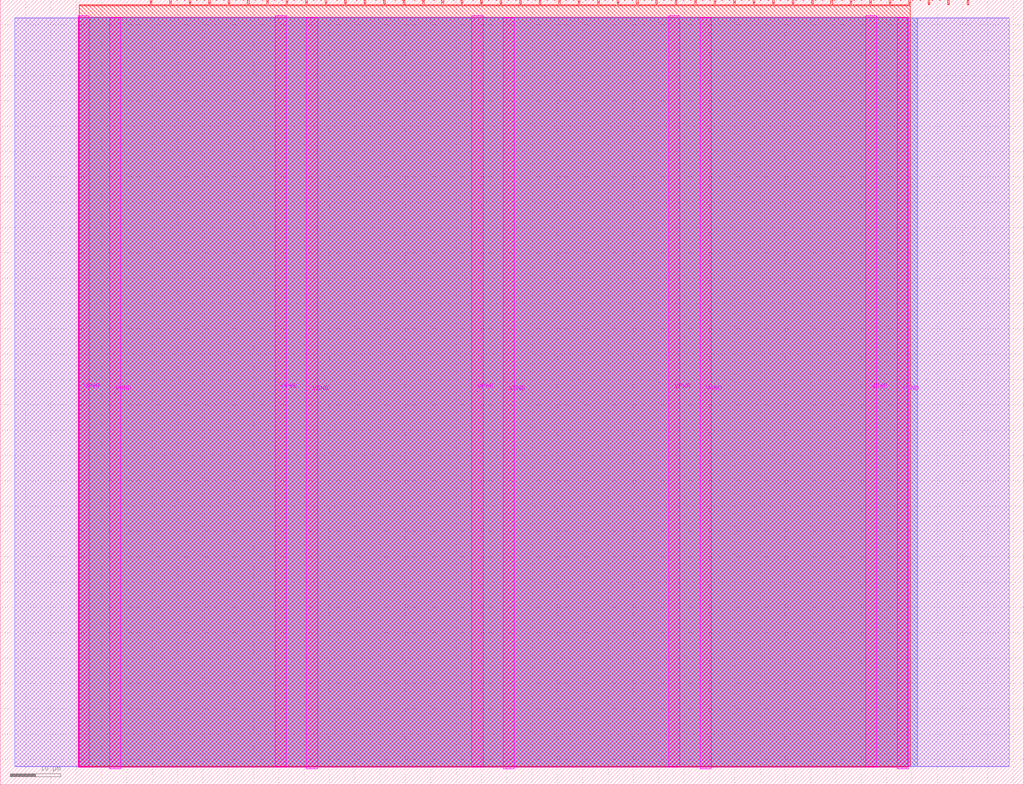
<source format=lef>
VERSION 5.7 ;
  NOWIREEXTENSIONATPIN ON ;
  DIVIDERCHAR "/" ;
  BUSBITCHARS "[]" ;
MACRO tt_um_wokwi_456571585305580545
  CLASS BLOCK ;
  FOREIGN tt_um_wokwi_456571585305580545 ;
  ORIGIN 0.000 0.000 ;
  SIZE 202.080 BY 154.980 ;
  PIN VGND
    DIRECTION INOUT ;
    USE GROUND ;
    PORT
      LAYER TopMetal1 ;
        RECT 21.580 3.150 23.780 151.420 ;
    END
    PORT
      LAYER TopMetal1 ;
        RECT 60.450 3.150 62.650 151.420 ;
    END
    PORT
      LAYER TopMetal1 ;
        RECT 99.320 3.150 101.520 151.420 ;
    END
    PORT
      LAYER TopMetal1 ;
        RECT 138.190 3.150 140.390 151.420 ;
    END
    PORT
      LAYER TopMetal1 ;
        RECT 177.060 3.150 179.260 151.420 ;
    END
  END VGND
  PIN VPWR
    DIRECTION INOUT ;
    USE POWER ;
    PORT
      LAYER TopMetal1 ;
        RECT 15.380 3.560 17.580 151.830 ;
    END
    PORT
      LAYER TopMetal1 ;
        RECT 54.250 3.560 56.450 151.830 ;
    END
    PORT
      LAYER TopMetal1 ;
        RECT 93.120 3.560 95.320 151.830 ;
    END
    PORT
      LAYER TopMetal1 ;
        RECT 131.990 3.560 134.190 151.830 ;
    END
    PORT
      LAYER TopMetal1 ;
        RECT 170.860 3.560 173.060 151.830 ;
    END
  END VPWR
  PIN clk
    DIRECTION INPUT ;
    USE SIGNAL ;
    PORT
      LAYER Metal4 ;
        RECT 187.050 153.980 187.350 154.980 ;
    END
  END clk
  PIN ena
    DIRECTION INPUT ;
    USE SIGNAL ;
    PORT
      LAYER Metal4 ;
        RECT 190.890 153.980 191.190 154.980 ;
    END
  END ena
  PIN rst_n
    DIRECTION INPUT ;
    USE SIGNAL ;
    PORT
      LAYER Metal4 ;
        RECT 183.210 153.980 183.510 154.980 ;
    END
  END rst_n
  PIN ui_in[0]
    DIRECTION INPUT ;
    USE SIGNAL ;
    ANTENNAGATEAREA 0.180700 ;
    PORT
      LAYER Metal4 ;
        RECT 179.370 153.980 179.670 154.980 ;
    END
  END ui_in[0]
  PIN ui_in[1]
    DIRECTION INPUT ;
    USE SIGNAL ;
    PORT
      LAYER Metal4 ;
        RECT 175.530 153.980 175.830 154.980 ;
    END
  END ui_in[1]
  PIN ui_in[2]
    DIRECTION INPUT ;
    USE SIGNAL ;
    PORT
      LAYER Metal4 ;
        RECT 171.690 153.980 171.990 154.980 ;
    END
  END ui_in[2]
  PIN ui_in[3]
    DIRECTION INPUT ;
    USE SIGNAL ;
    PORT
      LAYER Metal4 ;
        RECT 167.850 153.980 168.150 154.980 ;
    END
  END ui_in[3]
  PIN ui_in[4]
    DIRECTION INPUT ;
    USE SIGNAL ;
    PORT
      LAYER Metal4 ;
        RECT 164.010 153.980 164.310 154.980 ;
    END
  END ui_in[4]
  PIN ui_in[5]
    DIRECTION INPUT ;
    USE SIGNAL ;
    PORT
      LAYER Metal4 ;
        RECT 160.170 153.980 160.470 154.980 ;
    END
  END ui_in[5]
  PIN ui_in[6]
    DIRECTION INPUT ;
    USE SIGNAL ;
    PORT
      LAYER Metal4 ;
        RECT 156.330 153.980 156.630 154.980 ;
    END
  END ui_in[6]
  PIN ui_in[7]
    DIRECTION INPUT ;
    USE SIGNAL ;
    PORT
      LAYER Metal4 ;
        RECT 152.490 153.980 152.790 154.980 ;
    END
  END ui_in[7]
  PIN uio_in[0]
    DIRECTION INPUT ;
    USE SIGNAL ;
    PORT
      LAYER Metal4 ;
        RECT 148.650 153.980 148.950 154.980 ;
    END
  END uio_in[0]
  PIN uio_in[1]
    DIRECTION INPUT ;
    USE SIGNAL ;
    PORT
      LAYER Metal4 ;
        RECT 144.810 153.980 145.110 154.980 ;
    END
  END uio_in[1]
  PIN uio_in[2]
    DIRECTION INPUT ;
    USE SIGNAL ;
    PORT
      LAYER Metal4 ;
        RECT 140.970 153.980 141.270 154.980 ;
    END
  END uio_in[2]
  PIN uio_in[3]
    DIRECTION INPUT ;
    USE SIGNAL ;
    PORT
      LAYER Metal4 ;
        RECT 137.130 153.980 137.430 154.980 ;
    END
  END uio_in[3]
  PIN uio_in[4]
    DIRECTION INPUT ;
    USE SIGNAL ;
    PORT
      LAYER Metal4 ;
        RECT 133.290 153.980 133.590 154.980 ;
    END
  END uio_in[4]
  PIN uio_in[5]
    DIRECTION INPUT ;
    USE SIGNAL ;
    PORT
      LAYER Metal4 ;
        RECT 129.450 153.980 129.750 154.980 ;
    END
  END uio_in[5]
  PIN uio_in[6]
    DIRECTION INPUT ;
    USE SIGNAL ;
    PORT
      LAYER Metal4 ;
        RECT 125.610 153.980 125.910 154.980 ;
    END
  END uio_in[6]
  PIN uio_in[7]
    DIRECTION INPUT ;
    USE SIGNAL ;
    PORT
      LAYER Metal4 ;
        RECT 121.770 153.980 122.070 154.980 ;
    END
  END uio_in[7]
  PIN uio_oe[0]
    DIRECTION OUTPUT ;
    USE SIGNAL ;
    ANTENNADIFFAREA 0.299200 ;
    PORT
      LAYER Metal4 ;
        RECT 56.490 153.980 56.790 154.980 ;
    END
  END uio_oe[0]
  PIN uio_oe[1]
    DIRECTION OUTPUT ;
    USE SIGNAL ;
    ANTENNADIFFAREA 0.299200 ;
    PORT
      LAYER Metal4 ;
        RECT 52.650 153.980 52.950 154.980 ;
    END
  END uio_oe[1]
  PIN uio_oe[2]
    DIRECTION OUTPUT ;
    USE SIGNAL ;
    ANTENNADIFFAREA 0.299200 ;
    PORT
      LAYER Metal4 ;
        RECT 48.810 153.980 49.110 154.980 ;
    END
  END uio_oe[2]
  PIN uio_oe[3]
    DIRECTION OUTPUT ;
    USE SIGNAL ;
    ANTENNADIFFAREA 0.299200 ;
    PORT
      LAYER Metal4 ;
        RECT 44.970 153.980 45.270 154.980 ;
    END
  END uio_oe[3]
  PIN uio_oe[4]
    DIRECTION OUTPUT ;
    USE SIGNAL ;
    ANTENNADIFFAREA 0.299200 ;
    PORT
      LAYER Metal4 ;
        RECT 41.130 153.980 41.430 154.980 ;
    END
  END uio_oe[4]
  PIN uio_oe[5]
    DIRECTION OUTPUT ;
    USE SIGNAL ;
    ANTENNADIFFAREA 0.299200 ;
    PORT
      LAYER Metal4 ;
        RECT 37.290 153.980 37.590 154.980 ;
    END
  END uio_oe[5]
  PIN uio_oe[6]
    DIRECTION OUTPUT ;
    USE SIGNAL ;
    ANTENNADIFFAREA 0.299200 ;
    PORT
      LAYER Metal4 ;
        RECT 33.450 153.980 33.750 154.980 ;
    END
  END uio_oe[6]
  PIN uio_oe[7]
    DIRECTION OUTPUT ;
    USE SIGNAL ;
    ANTENNADIFFAREA 0.299200 ;
    PORT
      LAYER Metal4 ;
        RECT 29.610 153.980 29.910 154.980 ;
    END
  END uio_oe[7]
  PIN uio_out[0]
    DIRECTION OUTPUT ;
    USE SIGNAL ;
    ANTENNADIFFAREA 0.299200 ;
    PORT
      LAYER Metal4 ;
        RECT 87.210 153.980 87.510 154.980 ;
    END
  END uio_out[0]
  PIN uio_out[1]
    DIRECTION OUTPUT ;
    USE SIGNAL ;
    ANTENNADIFFAREA 0.299200 ;
    PORT
      LAYER Metal4 ;
        RECT 83.370 153.980 83.670 154.980 ;
    END
  END uio_out[1]
  PIN uio_out[2]
    DIRECTION OUTPUT ;
    USE SIGNAL ;
    ANTENNADIFFAREA 0.299200 ;
    PORT
      LAYER Metal4 ;
        RECT 79.530 153.980 79.830 154.980 ;
    END
  END uio_out[2]
  PIN uio_out[3]
    DIRECTION OUTPUT ;
    USE SIGNAL ;
    ANTENNADIFFAREA 0.299200 ;
    PORT
      LAYER Metal4 ;
        RECT 75.690 153.980 75.990 154.980 ;
    END
  END uio_out[3]
  PIN uio_out[4]
    DIRECTION OUTPUT ;
    USE SIGNAL ;
    ANTENNADIFFAREA 0.299200 ;
    PORT
      LAYER Metal4 ;
        RECT 71.850 153.980 72.150 154.980 ;
    END
  END uio_out[4]
  PIN uio_out[5]
    DIRECTION OUTPUT ;
    USE SIGNAL ;
    ANTENNADIFFAREA 0.299200 ;
    PORT
      LAYER Metal4 ;
        RECT 68.010 153.980 68.310 154.980 ;
    END
  END uio_out[5]
  PIN uio_out[6]
    DIRECTION OUTPUT ;
    USE SIGNAL ;
    ANTENNADIFFAREA 0.299200 ;
    PORT
      LAYER Metal4 ;
        RECT 64.170 153.980 64.470 154.980 ;
    END
  END uio_out[6]
  PIN uio_out[7]
    DIRECTION OUTPUT ;
    USE SIGNAL ;
    ANTENNADIFFAREA 0.299200 ;
    PORT
      LAYER Metal4 ;
        RECT 60.330 153.980 60.630 154.980 ;
    END
  END uio_out[7]
  PIN uo_out[0]
    DIRECTION OUTPUT ;
    USE SIGNAL ;
    ANTENNADIFFAREA 0.708600 ;
    PORT
      LAYER Metal4 ;
        RECT 117.930 153.980 118.230 154.980 ;
    END
  END uo_out[0]
  PIN uo_out[1]
    DIRECTION OUTPUT ;
    USE SIGNAL ;
    ANTENNADIFFAREA 0.708600 ;
    PORT
      LAYER Metal4 ;
        RECT 114.090 153.980 114.390 154.980 ;
    END
  END uo_out[1]
  PIN uo_out[2]
    DIRECTION OUTPUT ;
    USE SIGNAL ;
    ANTENNADIFFAREA 0.708600 ;
    PORT
      LAYER Metal4 ;
        RECT 110.250 153.980 110.550 154.980 ;
    END
  END uo_out[2]
  PIN uo_out[3]
    DIRECTION OUTPUT ;
    USE SIGNAL ;
    ANTENNADIFFAREA 0.708600 ;
    PORT
      LAYER Metal4 ;
        RECT 106.410 153.980 106.710 154.980 ;
    END
  END uo_out[3]
  PIN uo_out[4]
    DIRECTION OUTPUT ;
    USE SIGNAL ;
    ANTENNADIFFAREA 0.708600 ;
    PORT
      LAYER Metal4 ;
        RECT 102.570 153.980 102.870 154.980 ;
    END
  END uo_out[4]
  PIN uo_out[5]
    DIRECTION OUTPUT ;
    USE SIGNAL ;
    ANTENNADIFFAREA 0.708600 ;
    PORT
      LAYER Metal4 ;
        RECT 98.730 153.980 99.030 154.980 ;
    END
  END uo_out[5]
  PIN uo_out[6]
    DIRECTION OUTPUT ;
    USE SIGNAL ;
    ANTENNADIFFAREA 0.299200 ;
    PORT
      LAYER Metal4 ;
        RECT 94.890 153.980 95.190 154.980 ;
    END
  END uo_out[6]
  PIN uo_out[7]
    DIRECTION OUTPUT ;
    USE SIGNAL ;
    ANTENNADIFFAREA 0.299200 ;
    PORT
      LAYER Metal4 ;
        RECT 91.050 153.980 91.350 154.980 ;
    END
  END uo_out[7]
  OBS
      LAYER GatPoly ;
        RECT 2.880 3.630 199.200 151.350 ;
      LAYER Metal1 ;
        RECT 2.880 3.560 199.200 151.420 ;
      LAYER Metal2 ;
        RECT 15.560 3.635 181.065 151.345 ;
      LAYER Metal3 ;
        RECT 15.515 3.680 181.105 151.300 ;
      LAYER Metal4 ;
        RECT 15.560 153.770 29.400 153.980 ;
        RECT 30.120 153.770 33.240 153.980 ;
        RECT 33.960 153.770 37.080 153.980 ;
        RECT 37.800 153.770 40.920 153.980 ;
        RECT 41.640 153.770 44.760 153.980 ;
        RECT 45.480 153.770 48.600 153.980 ;
        RECT 49.320 153.770 52.440 153.980 ;
        RECT 53.160 153.770 56.280 153.980 ;
        RECT 57.000 153.770 60.120 153.980 ;
        RECT 60.840 153.770 63.960 153.980 ;
        RECT 64.680 153.770 67.800 153.980 ;
        RECT 68.520 153.770 71.640 153.980 ;
        RECT 72.360 153.770 75.480 153.980 ;
        RECT 76.200 153.770 79.320 153.980 ;
        RECT 80.040 153.770 83.160 153.980 ;
        RECT 83.880 153.770 87.000 153.980 ;
        RECT 87.720 153.770 90.840 153.980 ;
        RECT 91.560 153.770 94.680 153.980 ;
        RECT 95.400 153.770 98.520 153.980 ;
        RECT 99.240 153.770 102.360 153.980 ;
        RECT 103.080 153.770 106.200 153.980 ;
        RECT 106.920 153.770 110.040 153.980 ;
        RECT 110.760 153.770 113.880 153.980 ;
        RECT 114.600 153.770 117.720 153.980 ;
        RECT 118.440 153.770 121.560 153.980 ;
        RECT 122.280 153.770 125.400 153.980 ;
        RECT 126.120 153.770 129.240 153.980 ;
        RECT 129.960 153.770 133.080 153.980 ;
        RECT 133.800 153.770 136.920 153.980 ;
        RECT 137.640 153.770 140.760 153.980 ;
        RECT 141.480 153.770 144.600 153.980 ;
        RECT 145.320 153.770 148.440 153.980 ;
        RECT 149.160 153.770 152.280 153.980 ;
        RECT 153.000 153.770 156.120 153.980 ;
        RECT 156.840 153.770 159.960 153.980 ;
        RECT 160.680 153.770 163.800 153.980 ;
        RECT 164.520 153.770 167.640 153.980 ;
        RECT 168.360 153.770 171.480 153.980 ;
        RECT 172.200 153.770 175.320 153.980 ;
        RECT 176.040 153.770 179.160 153.980 ;
        RECT 15.560 3.635 179.620 153.770 ;
      LAYER Metal5 ;
        RECT 15.515 3.470 179.125 151.510 ;
  END
END tt_um_wokwi_456571585305580545
END LIBRARY


</source>
